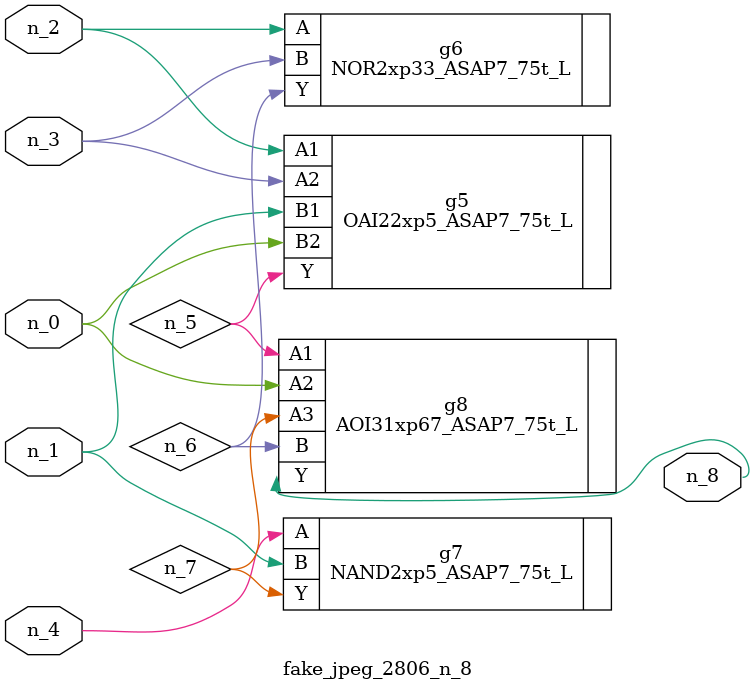
<source format=v>
module fake_jpeg_2806_n_8 (n_3, n_2, n_1, n_0, n_4, n_8);

input n_3;
input n_2;
input n_1;
input n_0;
input n_4;

output n_8;

wire n_6;
wire n_5;
wire n_7;

OAI22xp5_ASAP7_75t_L g5 ( 
.A1(n_2),
.A2(n_3),
.B1(n_1),
.B2(n_0),
.Y(n_5)
);

NOR2xp33_ASAP7_75t_L g6 ( 
.A(n_2),
.B(n_3),
.Y(n_6)
);

NAND2xp5_ASAP7_75t_L g7 ( 
.A(n_4),
.B(n_1),
.Y(n_7)
);

AOI31xp67_ASAP7_75t_L g8 ( 
.A1(n_5),
.A2(n_0),
.A3(n_7),
.B(n_6),
.Y(n_8)
);


endmodule
</source>
